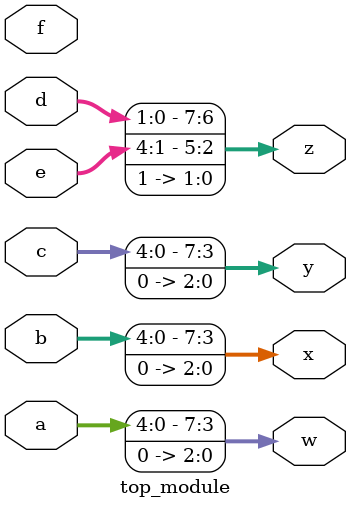
<source format=sv>
module top_module (
    input [4:0] a,
    input [4:0] b,
    input [4:0] c,
    input [4:0] d,
    input [4:0] e,
    input [4:0] f,
    output [7:0] w,
    output [7:0] x,
    output [7:0] y,
    output [7:0] z
);

    // Concatenate the inputs and assign to outputs with 2'b11 as the last bits
    assign w = {a, 3'b000};
    assign x = {b, 3'b000};
    assign y = {c, 3'b000};
    assign z = {d, e[4:1], 2'b11};  // corrected concatenation based on proper mapping and inclusion of 2'b11

endmodule

</source>
